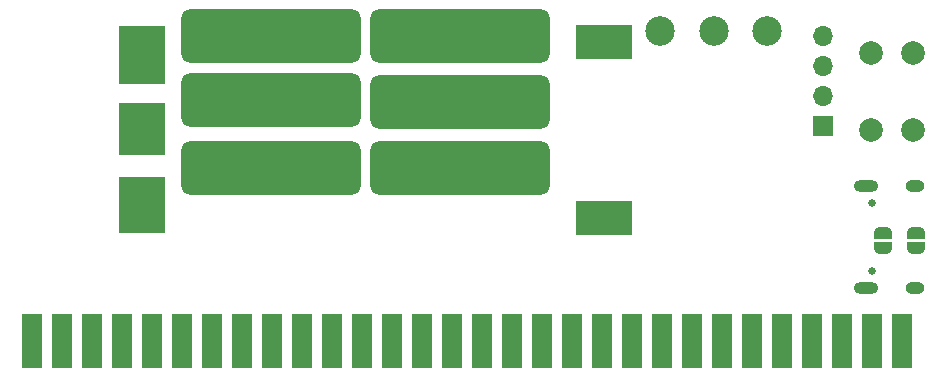
<source format=gbr>
%TF.GenerationSoftware,KiCad,Pcbnew,7.99.0-3012-g423a5b9961*%
%TF.CreationDate,2023-10-18T16:54:00-04:00*%
%TF.ProjectId,anyesc,616e7965-7363-42e6-9b69-6361645f7063,V1.0*%
%TF.SameCoordinates,Original*%
%TF.FileFunction,Soldermask,Bot*%
%TF.FilePolarity,Negative*%
%FSLAX46Y46*%
G04 Gerber Fmt 4.6, Leading zero omitted, Abs format (unit mm)*
G04 Created by KiCad (PCBNEW 7.99.0-3012-g423a5b9961) date 2023-10-18 16:54:00*
%MOMM*%
%LPD*%
G01*
G04 APERTURE LIST*
G04 Aperture macros list*
%AMRoundRect*
0 Rectangle with rounded corners*
0 $1 Rounding radius*
0 $2 $3 $4 $5 $6 $7 $8 $9 X,Y pos of 4 corners*
0 Add a 4 corners polygon primitive as box body*
4,1,4,$2,$3,$4,$5,$6,$7,$8,$9,$2,$3,0*
0 Add four circle primitives for the rounded corners*
1,1,$1+$1,$2,$3*
1,1,$1+$1,$4,$5*
1,1,$1+$1,$6,$7*
1,1,$1+$1,$8,$9*
0 Add four rect primitives between the rounded corners*
20,1,$1+$1,$2,$3,$4,$5,0*
20,1,$1+$1,$4,$5,$6,$7,0*
20,1,$1+$1,$6,$7,$8,$9,0*
20,1,$1+$1,$8,$9,$2,$3,0*%
%AMFreePoly0*
4,1,19,0.500000,-0.750000,0.000000,-0.750000,0.000000,-0.744911,-0.071157,-0.744911,-0.207708,-0.704816,-0.327430,-0.627875,-0.420627,-0.520320,-0.479746,-0.390866,-0.500000,-0.250000,-0.500000,0.250000,-0.479746,0.390866,-0.420627,0.520320,-0.327430,0.627875,-0.207708,0.704816,-0.071157,0.744911,0.000000,0.744911,0.000000,0.750000,0.500000,0.750000,0.500000,-0.750000,0.500000,-0.750000,
$1*%
%AMFreePoly1*
4,1,19,0.000000,0.744911,0.071157,0.744911,0.207708,0.704816,0.327430,0.627875,0.420627,0.520320,0.479746,0.390866,0.500000,0.250000,0.500000,-0.250000,0.479746,-0.390866,0.420627,-0.520320,0.327430,-0.627875,0.207708,-0.704816,0.071157,-0.744911,0.000000,-0.744911,0.000000,-0.750000,-0.500000,-0.750000,-0.500000,0.750000,0.000000,0.750000,0.000000,0.744911,0.000000,0.744911,
$1*%
G04 Aperture macros list end*
%ADD10C,2.000000*%
%ADD11RoundRect,0.800000X-6.800000X-1.500000X6.800000X-1.500000X6.800000X1.500000X-6.800000X1.500000X0*%
%ADD12R,1.700000X1.700000*%
%ADD13O,1.700000X1.700000*%
%ADD14R,4.750000X2.950000*%
%ADD15R,3.950000X4.900000*%
%ADD16R,3.950000X4.450000*%
%ADD17R,3.950000X4.850000*%
%ADD18C,2.500000*%
%ADD19R,1.651000X4.572000*%
%ADD20C,0.650000*%
%ADD21O,2.100000X1.000000*%
%ADD22O,1.600000X1.000000*%
%ADD23FreePoly0,90.000000*%
%ADD24FreePoly1,90.000000*%
G04 APERTURE END LIST*
D10*
%TO.C,SW2*%
X184673000Y-95547000D03*
X184673000Y-102047000D03*
%TD*%
D11*
%TO.C,H5*%
X146304000Y-94134000D03*
%TD*%
%TO.C,H4*%
X146304000Y-99722000D03*
%TD*%
D12*
%TO.C,J2*%
X177053000Y-101783000D03*
D13*
X177053000Y-99243000D03*
X177053000Y-96703000D03*
X177053000Y-94163000D03*
%TD*%
D11*
%TO.C,H3*%
X130302000Y-105310000D03*
%TD*%
D14*
%TO.C,U3*%
X158540000Y-109515400D03*
X158540000Y-94615400D03*
D15*
X119390000Y-95740400D03*
D16*
X119390000Y-102015400D03*
D17*
X119390000Y-108465400D03*
%TD*%
D18*
%TO.C,TP3*%
X163254000Y-93726000D03*
%TD*%
%TO.C,TP2*%
X167804000Y-93726000D03*
%TD*%
D11*
%TO.C,H2*%
X130302000Y-99590000D03*
%TD*%
%TO.C,H1*%
X130302000Y-94134000D03*
%TD*%
D19*
%TO.C,J3*%
X110124000Y-119954000D03*
X112664000Y-119954000D03*
X115204000Y-119954000D03*
X117744000Y-119954000D03*
X120284000Y-119954000D03*
X122824000Y-119954000D03*
X125364000Y-119954000D03*
X127904000Y-119954000D03*
X130444000Y-119954000D03*
X132984000Y-119954000D03*
X135524000Y-119954000D03*
X138064000Y-119954000D03*
X140604000Y-119954000D03*
X143144000Y-119954000D03*
X145684000Y-119954000D03*
X148224000Y-119954000D03*
X150764000Y-119954000D03*
X153304000Y-119954000D03*
X155844000Y-119954000D03*
X158384000Y-119954000D03*
X160924000Y-119954000D03*
X163464000Y-119954000D03*
X166004000Y-119954000D03*
X168544000Y-119954000D03*
X171084000Y-119954000D03*
X173624000Y-119954000D03*
X176164000Y-119954000D03*
X178704000Y-119954000D03*
X181244000Y-119954000D03*
X183784000Y-119954000D03*
%TD*%
D11*
%TO.C,H6*%
X146304000Y-105310000D03*
%TD*%
D10*
%TO.C,SW1*%
X181117000Y-95547000D03*
X181117000Y-102047000D03*
%TD*%
D20*
%TO.C,J1*%
X181244000Y-114019210D03*
X181244000Y-108239210D03*
D21*
X180714000Y-115449210D03*
D22*
X184894000Y-115449210D03*
D21*
X180714000Y-106809210D03*
D22*
X184894000Y-106809210D03*
%TD*%
D18*
%TO.C,TP1*%
X172354000Y-93726000D03*
%TD*%
D23*
%TO.C,JP2*%
X182133000Y-112095000D03*
D24*
X182133000Y-110795000D03*
%TD*%
D23*
%TO.C,JP3*%
X184927000Y-112080001D03*
D24*
X184927000Y-110780001D03*
%TD*%
M02*

</source>
